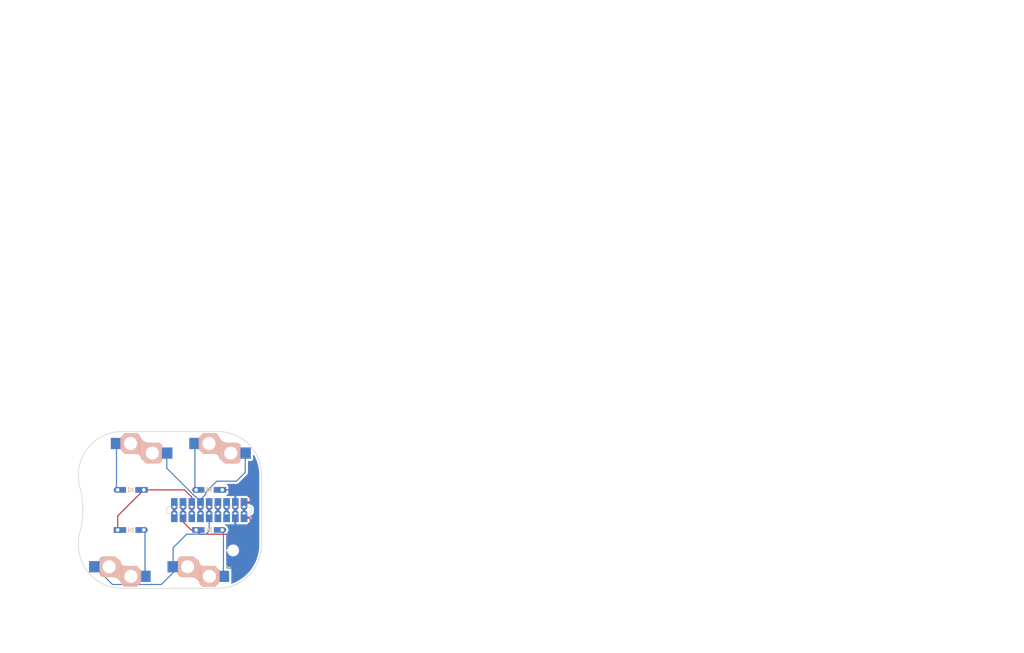
<source format=kicad_pcb>
(kicad_pcb (version 20211014) (generator pcbnew)
  (title_block (title "mainpcb") (rev "v1.0.0") (company "Unknown"))
  (layers (0 "F.Cu" signal) (31 "B.Cu" signal) (34 "B.Paste" user) (35 "F.Paste" user) (36 "B.SilkS" user "B.Silkscreen") (37 "F.SilkS" user "F.Silkscreen") (38 "B.Mask" user) (39 "F.Mask" user) (44 "Edge.Cuts" user))
  (net 0 "")
  (net 1 "C1")
  (net 2 "C2")
  (net 3 "R4")
  (net 4 "mirror_c1_r4")
  (net 5 "mirror_c1_r5")
  (net 6 "R5")
  (net 7 "mirror_c2_r4")
  (net 8 "mirror_c2_r5")
  (net 9 "GND")
  (net 10 "VCC")
  (net 11 "SDA")
  (net 12 "SCL")
  (footprint "Library:PG1350" (layer "F.Cu") (at -85 42.8)
    (fp_text reference "SW35" hide)
    (fp_text value "Val**" hide)
    (fp_line (start -0.95 -3.7) (end 1.75 -8) (layer "B.SilkS") (width 0.12))
    (fp_line (start 3.05 -6.4) (end 3.05 -1.95) (layer "B.SilkS") (width 0.15))
    (fp_line (start 4.6 -5.95) (end 4.6 -1.45) (layer "B.SilkS") (width 0.12))
    (fp_line (start 6.05 -6.05) (end 6.05 -1.45) (layer "B.SilkS") (width 0.15))
    (fp_line (start 0.35 -8.25) (end 0.35 -3.65) (layer "B.SilkS") (width 0.15))
    (fp_line (start 5.15 -6.05) (end 5.15 -1.45) (layer "B.SilkS") (width 0.15))
    (fp_line (start 2.45 -6.9) (end 2.45 -2.45) (layer "B.SilkS") (width 0.15))
    (fp_line (start 6.35 -6.05) (end 6.35 -1.5) (layer "B.SilkS") (width 0.15))
    (fp_line (start 3.8 -6.1) (end 3.8 -1.45) (layer "B.SilkS") (width 0.15))
    (fp_line (start 3.5 -6.15) (end 3.5 -1.6) (layer "B.SilkS") (width 0.15))
    (fp_line (start -1.35 -3.625) (end -2.375 -4.65) (layer "B.SilkS") (width 0.15))
    (fp_line (start -0.7 -8.25) (end -0.7 -3.65) (layer "B.SilkS") (width 0.15))
    (fp_line (start -1.6 -8) (end -1.6 -3.9) (layer "B.SilkS") (width 0.15))
    (fp_line (start 1.1 -8.25) (end 1.1 -3.7) (layer "B.SilkS") (width 0.15))
    (fp_line (start 1.95 -7.85) (end 1.95 -3.45) (layer "B.SilkS") (width 0.15))
    (fp_line (start 5.75 -6.05) (end 5.75 -1.45) (layer "B.SilkS") (width 0.15))
    (fp_line (start 3.65 -6.1) (end 3.65 -1.5) (layer "B.SilkS") (width 0.15))
    (fp_line (start 4.1 -6.05) (end 4.1 -1.5) (layer "B.SilkS") (width 0.15))
    (fp_line (start 1.75 -3.65) (end 4.6 -5.95) (layer "B.SilkS") (width 0.12))
    (fp_line (start 0.5 -8.25) (end 0.5 -3.65) (layer "B.SilkS") (width 0.15))
    (fp_line (start 5.45 -6.05) (end 5.45 -1.45) (layer "B.SilkS") (width 0.15))
    (fp_line (start 1.55 -8.2) (end 1.55 -3.65) (layer "B.SilkS") (width 0.15))
    (fp_line (start -1.9 -7.7) (end -1.9 -4.2) (layer "B.SilkS") (width 0.15))
    (fp_line (start 4.25 -6.05) (end 4.25 -1.45) (layer "B.SilkS") (width 0.15))
    (fp_line (start -1.3 -8.25) (end -1.3 -3.65) (layer "B.SilkS") (width 0.15))
    (fp_line (start 1.85 -8) (end 1.85 -3.5) (layer "B.SilkS") (width 0.15))
    (fp_line (start 2.6 -6.75) (end 2.6 -2.3) (layer "B.SilkS") (width 0.15))
    (fp_line (start -0.1 -8.25) (end -0.1 -3.65) (layer "B.SilkS") (width 0.15))
    (fp_line (start -0.4 -8.25) (end -0.4 -3.65) (layer "B.SilkS") (width 0.15))
    (fp_line (start 4.25 -6.075) (end 6.225 -6.075) (layer "B.SilkS") (width 0.15))
    (fp_line (start 4.85 -6.05) (end 4.85 -1.45) (layer "B.SilkS") (width 0.15))
    (fp_line (start 1.7 -8.1) (end 1.7 -3.55) (layer "B.SilkS") (width 0.15))
    (fp_line (start 0.95 -8.25) (end 0.95 -3.65) (layer "B.SilkS") (width 0.15))
    (fp_line (start 7.1 -5.55) (end 7.1 -1.95) (layer "B.SilkS") (width 0.15))
    (fp_line (start -2.1 -7.5) (end -2.1 -4.45) (layer "B.SilkS") (width 0.15))
    (fp_line (start 6.8 -5.85) (end 6.8 -1.65) (layer "B.SilkS") (width 0.15))
    (fp_line (start -0.25 -8.25) (end -0.25 -3.65) (layer "B.SilkS") (width 0.15))
    (fp_line (start 2.75 -6.6) (end 2.75 -2.2) (layer "B.SilkS") (width 0.15))
    (fp_line (start 0.8 -8.25) (end 0.8 -3.65) (layer "B.SilkS") (width 0.15))
    (fp_line (start 6.2 -6.05) (end 6.2 -1.45) (layer "B.SilkS") (width 0.15))
    (fp_line (start 4.55 -6.05) (end 4.55 -1.45) (layer "B.SilkS") (width 0.15))
    (fp_line (start 0.05 -8.25) (end 0.05 -3.65) (layer "B.SilkS") (width 0.15))
    (fp_line (start 1.75 -8) (end 1.75 -3.65) (layer "B.SilkS") (width 0.12))
    (fp_line (start 2.15 -7.45) (end 2.15 -3.3) (layer "B.SilkS") (width 0.15))
    (fp_line (start -0.55 -8.25) (end -0.55 -3.65) (layer "B.SilkS") (width 0.15))
    (fp_line (start -1.45 -8.15) (end -1.45 -3.75) (layer "B.SilkS") (width 0.15))
    (fp_line (start 2.25 -7.25) (end 2.25 -3.1) (layer "B.SilkS") (width 0.15))
    (fp_line (start 3.2 -6.3) (end 3.2 -1.85) (layer "B.SilkS") (width 0.15))
    (fp_line (start 3.35 -6.25) (end 3.35 -1.7) (layer "B.SilkS") (width 0.15))
    (fp_line (start -1.35 -8.275) (end 1.25 -8.275) (layer "B.SilkS") (width 0.15))
    (fp_line (start 6.65 -5.95) (end 6.65 -1.55) (layer "B.SilkS") (width 0.15))
    (fp_line (start 1.4 -8.25) (end 1.4 -3.65) (layer "B.SilkS") (width 0.15))
    (fp_line (start 0.2 -8.25) (end 0.2 -3.65) (layer "B.SilkS") (width 0.15))
    (fp_line (start -0.85 -8.25) (end -0.85 -3.65) (layer "B.SilkS") (width 0.15))
    (fp_line (start -2.35 -4.625) (end -2.35 -7.275) (layer "B.SilkS") (width 0.15))
    (fp_line (start -2 -7.6) (end -2 -4.35) (layer "B.SilkS") (width 0.15))
    (fp_line (start 3.675 -1.425) (end 2.4 -2.45) (layer "B.SilkS") (width 0.15))
    (fp_line (start 1.25 -8.25) (end 1.25 -3.65) (layer "B.SilkS") (width 0.15))
    (fp_line (start -1.75 -7.85) (end -1.75 -4.05) (layer "B.SilkS") (width 0.15))
    (fp_line (start -1 -8.25) (end -1 -3.65) (layer "B.SilkS") (width 0.15))
    (fp_line (start 3.95 -6.1) (end 3.95 -1.45) (layer "B.SilkS") (width 0.15))
    (fp_line (start 4.7 -6.05) (end 4.7 -1.45) (layer "B.SilkS") (width 0.15))
    (fp_line (start 5.3 -6.05) (end 5.3 -1.45) (layer "B.SilkS") (width 0.15))
    (fp_line (start -1.15 -8.25) (end -1.15 -3.65) (layer "B.SilkS") (width 0.15))
    (fp_line (start 5.9 -6.05) (end 5.9 -1.45) (layer "B.SilkS") (width 0.15))
    (fp_line (start -0.95 -8.15) (end -0.95 -3.7) (layer "B.SilkS") (width 0.12))
    (fp_line (start 2.05 -7.6) (end 2.05 -3.4) (layer "B.SilkS") (width 0.15))
    (fp_line (start 5.6 -6.05) (end 5.6 -1.45) (layer "B.SilkS") (width 0.15))
    (fp_line (start 4.4 -6.05) (end 4.4 -1.45) (layer "B.SilkS") (width 0.15))
    (fp_line (start 6.5 -6) (end 6.5 -1.5) (layer "B.SilkS") (width 0.15))
    (fp_line (start -1.35 -8.275) (end -2.375 -7.25) (layer "B.SilkS") (width 0.15))
    (fp_line (start 2.9 -6.5) (end 2.9 -2.1) (layer "B.SilkS") (width 0.15))
    (fp_line (start 3.675 -1.425) (end 6.225 -1.425) (layer "B.SilkS") (width 0.15))
    (fp_line (start 5 -6.05) (end 5 -1.45) (layer "B.SilkS") (width 0.15))
    (fp_line (start 6.95 -5.75) (end 6.95 -1.75) (layer "B.SilkS") (width 0.15))
    (fp_line (start -2.2 -7.4) (end -2.2 -4.55) (layer "B.SilkS") (width 0.15))
    (fp_line (start -1.35 -3.625) (end 1.225 -3.625) (layer "B.SilkS") (width 0.15))
    (fp_line (start 0.65 -8.25) (end 0.65 -3.65) (layer "B.SilkS") (width 0.15))
    (fp_line (start 2.35 -7.1) (end 2.35 -2.95) (layer "B.SilkS") (width 0.15))
    (fp_arc (start 4.25 -6.075) (mid 2.945114 -6.486429) (end 2.112199 -7.571904) (layer "B.SilkS") (width 0.15))
    (fp_arc (start 1.250995 -8.273791) (mid 1.798286 -8.066021) (end 2.112199 -7.571904) (layer "B.SilkS") (width 0.15))
    (fp_arc (start 6.225 -6.075) (mid 6.932107 -5.782107) (end 7.225 -5.075) (layer "B.SilkS") (width 0.15))
    (fp_arc (start 1.225 -3.625) (mid 2.05585 -3.28085) (end 2.4 -2.45) (layer "B.SilkS") (width 0.15))
    (fp_arc (start 7.225 -2.425) (mid 6.932107 -1.717893) (end 6.225 -1.425) (layer "B.SilkS") (width 0.15))
    (pad "" np_thru_hole circle (at -0.05 -5.95 270) (size 3 3) (drill 3) (layers *.Cu *.Mask))
    (pad "" np_thru_hole circle (at 4.95 -3.75 270) (size 3 3) (drill 3) (layers *.Cu *.Mask))
    (pad "" np_thru_hole circle (at 0 0) (size 3.429 3.429) (drill 3.429) (layers *.Cu *.Mask))
    (pad "" np_thru_hole circle (at 5.5 0) (size 1.7018 1.7018) (drill 1.7018) (layers *.Cu *.Mask))
    (pad "" np_thru_hole circle (at -5.5 0) (size 1.7018 1.7018) (drill 1.7018) (layers *.Cu *.Mask))
    (pad "1" smd rect (at -3.275 -5.95) (size 2.6 2.6) (layers "B.Cu" "B.Paste" "B.Mask") (net 7 "mirror_c2_r4"))
    (pad "2" smd rect (at 8.275 -3.75) (size 2.6 2.6) (layers "B.Cu" "B.Paste" "B.Mask") (net 2 "C2"))
  )
  (footprint "Library:PG1350" (layer "F.Cu") (at -85 61.4 180)
    (fp_text reference "SW33" hide)
    (fp_text value "Val**" hide)
    (fp_line (start 6.35 -6.05) (end 6.35 -1.5) (layer "B.SilkS") (width 0.15))
    (fp_line (start 3.5 -6.15) (end 3.5 -1.6) (layer "B.SilkS") (width 0.15))
    (fp_line (start 4.25 -6.05) (end 4.25 -1.45) (layer "B.SilkS") (width 0.15))
    (fp_line (start 4.4 -6.05) (end 4.4 -1.45) (layer "B.SilkS") (width 0.15))
    (fp_line (start 1.55 -8.2) (end 1.55 -3.65) (layer "B.SilkS") (width 0.15))
    (fp_line (start 2.25 -7.25) (end 2.25 -3.1) (layer "B.SilkS") (width 0.15))
    (fp_line (start 0.65 -8.25) (end 0.65 -3.65) (layer "B.SilkS") (width 0.15))
    (fp_line (start 6.65 -5.95) (end 6.65 -1.55) (layer "B.SilkS") (width 0.15))
    (fp_line (start -2.1 -7.5) (end -2.1 -4.45) (layer "B.SilkS") (width 0.15))
    (fp_line (start 4.25 -6.075) (end 6.225 -6.075) (layer "B.SilkS") (width 0.15))
    (fp_line (start 1.7 -8.1) (end 1.7 -3.55) (layer "B.SilkS") (width 0.15))
    (fp_line (start 2.9 -6.5) (end 2.9 -2.1) (layer "B.SilkS") (width 0.15))
    (fp_line (start -0.4 -8.25) (end -0.4 -3.65) (layer "B.SilkS") (width 0.15))
    (fp_line (start 2.6 -6.75) (end 2.6 -2.3) (layer "B.SilkS") (width 0.15))
    (fp_line (start -0.55 -8.25) (end -0.55 -3.65) (layer "B.SilkS") (width 0.15))
    (fp_line (start 3.65 -6.1) (end 3.65 -1.5) (layer "B.SilkS") (width 0.15))
    (fp_line (start -1.35 -3.625) (end -2.375 -4.65) (layer "B.SilkS") (width 0.15))
    (fp_line (start 5 -6.05) (end 5 -1.45) (layer "B.SilkS") (width 0.15))
    (fp_line (start 5.75 -6.05) (end 5.75 -1.45) (layer "B.SilkS") (width 0.15))
    (fp_line (start 1.75 -8) (end 1.75 -3.65) (layer "B.SilkS") (width 0.12))
    (fp_line (start -2.2 -7.4) (end -2.2 -4.55) (layer "B.SilkS") (width 0.15))
    (fp_line (start -0.95 -8.15) (end -0.95 -3.7) (layer "B.SilkS") (width 0.12))
    (fp_line (start 5.45 -6.05) (end 5.45 -1.45) (layer "B.SilkS") (width 0.15))
    (fp_line (start 0.5 -8.25) (end 0.5 -3.65) (layer "B.SilkS") (width 0.15))
    (fp_line (start 0.05 -8.25) (end 0.05 -3.65) (layer "B.SilkS") (width 0.15))
    (fp_line (start 3.35 -6.25) (end 3.35 -1.7) (layer "B.SilkS") (width 0.15))
    (fp_line (start -1.35 -8.275) (end -2.375 -7.25) (layer "B.SilkS") (width 0.15))
    (fp_line (start 0.35 -8.25) (end 0.35 -3.65) (layer "B.SilkS") (width 0.15))
    (fp_line (start -2.35 -4.625) (end -2.35 -7.275) (layer "B.SilkS") (width 0.15))
    (fp_line (start 4.1 -6.05) (end 4.1 -1.5) (layer "B.SilkS") (width 0.15))
    (fp_line (start 3.95 -6.1) (end 3.95 -1.45) (layer "B.SilkS") (width 0.15))
    (fp_line (start -1.35 -3.625) (end 1.225 -3.625) (layer "B.SilkS") (width 0.15))
    (fp_line (start -1.3 -8.25) (end -1.3 -3.65) (layer "B.SilkS") (width 0.15))
    (fp_line (start -0.7 -8.25) (end -0.7 -3.65) (layer "B.SilkS") (width 0.15))
    (fp_line (start -0.25 -8.25) (end -0.25 -3.65) (layer "B.SilkS") (width 0.15))
    (fp_line (start 1.85 -8) (end 1.85 -3.5) (layer "B.SilkS") (width 0.15))
    (fp_line (start 2.75 -6.6) (end 2.75 -2.2) (layer "B.SilkS") (width 0.15))
    (fp_line (start 5.6 -6.05) (end 5.6 -1.45) (layer "B.SilkS") (width 0.15))
    (fp_line (start 1.75 -3.65) (end 4.6 -5.95) (layer "B.SilkS") (width 0.12))
    (fp_line (start -1.6 -8) (end -1.6 -3.9) (layer "B.SilkS") (width 0.15))
    (fp_line (start 2.45 -6.9) (end 2.45 -2.45) (layer "B.SilkS") (width 0.15))
    (fp_line (start -0.95 -3.7) (end 1.75 -8) (layer "B.SilkS") (width 0.12))
    (fp_line (start 0.95 -8.25) (end 0.95 -3.65) (layer "B.SilkS") (width 0.15))
    (fp_line (start 4.85 -6.05) (end 4.85 -1.45) (layer "B.SilkS") (width 0.15))
    (fp_line (start 1.1 -8.25) (end 1.1 -3.7) (layer "B.SilkS") (width 0.15))
    (fp_line (start 3.05 -6.4) (end 3.05 -1.95) (layer "B.SilkS") (width 0.15))
    (fp_line (start -2 -7.6) (end -2 -4.35) (layer "B.SilkS") (width 0.15))
    (fp_line (start 6.05 -6.05) (end 6.05 -1.45) (layer "B.SilkS") (width 0.15))
    (fp_line (start 3.675 -1.425) (end 2.4 -2.45) (layer "B.SilkS") (width 0.15))
    (fp_line (start 0.2 -8.25) (end 0.2 -3.65) (layer "B.SilkS") (width 0.15))
    (fp_line (start 5.9 -6.05) (end 5.9 -1.45) (layer "B.SilkS") (width 0.15))
    (fp_line (start 6.2 -6.05) (end 6.2 -1.45) (layer "B.SilkS") (width 0.15))
    (fp_line (start 4.7 -6.05) (end 4.7 -1.45) (layer "B.SilkS") (width 0.15))
    (fp_line (start 5.3 -6.05) (end 5.3 -1.45) (layer "B.SilkS") (width 0.15))
    (fp_line (start 6.5 -6) (end 6.5 -1.5) (layer "B.SilkS") (width 0.15))
    (fp_line (start 1.95 -7.85) (end 1.95 -3.45) (layer "B.SilkS") (width 0.15))
    (fp_line (start -0.1 -8.25) (end -0.1 -3.65) (layer "B.SilkS") (width 0.15))
    (fp_line (start 6.95 -5.75) (end 6.95 -1.75) (layer "B.SilkS") (width 0.15))
    (fp_line (start 6.8 -5.85) (end 6.8 -1.65) (layer "B.SilkS") (width 0.15))
    (fp_line (start 4.55 -6.05) (end 4.55 -1.45) (layer "B.SilkS") (width 0.15))
    (fp_line (start -0.85 -8.25) (end -0.85 -3.65) (layer "B.SilkS") (width 0.15))
    (fp_line (start -1.45 -8.15) (end -1.45 -3.75) (layer "B.SilkS") (width 0.15))
    (fp_line (start 1.4 -8.25) (end 1.4 -3.65) (layer "B.SilkS") (width 0.15))
    (fp_line (start 4.6 -5.95) (end 4.6 -1.45) (layer "B.SilkS") (width 0.12))
    (fp_line (start 3.8 -6.1) (end 3.8 -1.45) (layer "B.SilkS") (width 0.15))
    (fp_line (start -1.35 -8.275) (end 1.25 -8.275) (layer "B.SilkS") (width 0.15))
    (fp_line (start 1.25 -8.25) (end 1.25 -3.65) (layer "B.SilkS") (width 0.15))
    (fp_line (start 3.675 -1.425) (end 6.225 -1.425) (layer "B.SilkS") (width 0.15))
    (fp_line (start -1 -8.25) (end -1 -3.65) (layer "B.SilkS") (width 0.15))
    (fp_line (start 7.1 -5.55) (end 7.1 -1.95) (layer "B.SilkS") (width 0.15))
    (fp_line (start 3.2 -6.3) (end 3.2 -1.85) (layer "B.SilkS") (width 0.15))
    (fp_line (start 2.15 -7.45) (end 2.15 -3.3) (layer "B.SilkS") (width 0.15))
    (fp_line (start -1.75 -7.85) (end -1.75 -4.05) (layer "B.SilkS") (width 0.15))
    (fp_line (start 2.35 -7.1) (end 2.35 -2.95) (layer "B.SilkS") (width 0.15))
    (fp_line (start 2.05 -7.6) (end 2.05 -3.4) (layer "B.SilkS") (width 0.15))
    (fp_line (start -1.9 -7.7) (end -1.9 -4.2) (layer "B.SilkS") (width 0.15))
    (fp_line (start -1.15 -8.25) (end -1.15 -3.65) (layer "B.SilkS") (width 0.15))
    (fp_line (start 0.8 -8.25) (end 0.8 -3.65) (layer "B.SilkS") (width 0.15))
    (fp_line (start 5.15 -6.05) (end 5.15 -1.45) (layer "B.SilkS") (width 0.15))
    (fp_arc (start 6.225 -6.075) (mid 6.932107 -5.782107) (end 7.225 -5.075) (layer "B.SilkS") (width 0.15))
    (fp_arc (start 4.25 -6.075) (mid 2.945114 -6.486429) (end 2.112199 -7.571904) (layer "B.SilkS") (width 0.15))
    (fp_arc (start 7.225 -2.425) (mid 6.932107 -1.717893) (end 6.225 -1.425) (layer "B.SilkS") (width 0.15))
    (fp_arc (start 1.225 -3.625) (mid 2.05585 -3.28085) (end 2.4 -2.45) (layer "B.SilkS") (width 0.15))
    (fp_arc (start 1.250995 -8.273791) (mid 1.798286 -8.066021) (end 2.112199 -7.571904) (layer "B.SilkS") (width 0.15))
    (pad "" np_thru_hole circle (at 0 0 180) (size 3.429 3.429) (drill 3.429) (layers *.Cu *.Mask))
    (pad "" np_thru_hole circle (at 5.5 0 180) (size 1.7018 1.7018) (drill 1.7018) (layers *.Cu *.Mask))
    (pad "" np_thru_hole circle (at -0.05 -5.95 90) (size 3 3) (drill 3) (layers *.Cu *.Mask))
    (pad "" np_thru_hole circle (at 4.95 -3.75 90) (size 3 3) (drill 3) (layers *.Cu *.Mask))
    (pad "" np_thru_hole circle (at -5.5 0 180) (size 1.7018 1.7018) (drill 1.7018) (layers *.Cu *.Mask))
    (pad "1" smd rect (at -3.275 -5.95 180) (size 2.6 2.6) (layers "B.Cu" "B.Paste" "B.Mask") (net 4 "mirror_c1_r4"))
    (pad "2" smd rect (at 8.275 -3.75 180) (size 2.6 2.6) (layers "B.Cu" "B.Paste" "B.Mask") (net 1 "C1"))
  )
  (footprint "Library:D3_TH_SMD_v2" (layer "F.Cu") (at -67 47.5 180)
    (fp_text reference "D36" hide)
    (fp_text value "Diode" hide)
    (fp_line (start -0.475 0.5) (end -0.475 -0.5) (layer "B.SilkS") (width 0.15))
    (fp_line (start 0.525 0.5) (end 0.525 -0.5) (layer "B.SilkS") (width 0.15))
    (fp_line (start 0.525 -0.5) (end -0.375 0) (layer "B.SilkS") (width 0.15))
    (fp_line (start -0.375 0) (end 0.525 0.5) (layer "B.SilkS") (width 0.15))
    (fp_line (start 0.5 -0.5) (end 0.5 0.5) (layer "F.SilkS") (width 0.15))
    (fp_line (start 0.5 0.5) (end -0.4 0) (layer "F.SilkS") (width 0.15))
    (fp_line (start -0.4 0) (end 0.5 -0.5) (layer "F.SilkS") (width 0.15))
    (fp_line (start -0.5 -0.5) (end -0.5 0.5) (layer "F.SilkS") (width 0.15))
    (pad "1" smd rect (at -1.775 0) (size 1.4 1.3) (layers "F.Cu" "F.Paste" "F.Mask") (net 6 "R5"))
    (pad "1" smd rect (at -1.75 0 180) (size 1.4 1.3) (layers "B.Cu" "B.Paste" "B.Mask") (net 6 "R5"))
    (pad "1" thru_hole rect (at -3 0 180) (size 1.778 1.3) (drill 0.8128) (layers *.Cu "B.Mask") (net 6 "R5"))
    (pad "2" smd rect (at 1.775 0) (size 1.4 1.3) (layers "F.Cu" "F.Paste" "F.Mask") (net 8 "mirror_c2_r5"))
    (pad "2" thru_hole oval (at 3 0 180) (size 1.778 1.3) (drill 0.8128) (layers *.Cu "B.Mask") (net 8 "mirror_c2_r5"))
    (pad "2" smd rect (at 1.8 0 180) (size 1.4 1.3) (layers "B.Cu" "B.Paste" "B.Mask") (net 8 "mirror_c2_r5"))
  )
  (footprint "Library:D3_TH_SMD_v2" (layer "F.Cu") (at -85 47.5 180)
    (fp_text reference "D35" hide)
    (fp_text value "Diode" hide)
    (fp_line (start -0.475 0.5) (end -0.475 -0.5) (layer "B.SilkS") (width 0.15))
    (fp_line (start 0.525 0.5) (end 0.525 -0.5) (layer "B.SilkS") (width 0.15))
    (fp_line (start 0.525 -0.5) (end -0.375 0) (layer "B.SilkS") (width 0.15))
    (fp_line (start -0.375 0) (end 0.525 0.5) (layer "B.SilkS") (width 0.15))
    (fp_line (start 0.5 -0.5) (end 0.5 0.5) (layer "F.SilkS") (width 0.15))
    (fp_line (start -0.5 -0.5) (end -0.5 0.5) (layer "F.SilkS") (width 0.15))
    (fp_line (start 0.5 0.5) (end -0.4 0) (layer "F.SilkS") (width 0.15))
    (fp_line (start -0.4 0) (end 0.5 -0.5) (layer "F.SilkS") (width 0.15))
    (pad "1" thru_hole rect (at -3 0 180) (size 1.778 1.3) (drill 0.8128) (layers *.Cu "B.Mask") (net 3 "R4"))
    (pad "1" smd rect (at -1.775 0) (size 1.4 1.3) (layers "F.Cu" "F.Paste" "F.Mask") (net 3 "R4"))
    (pad "1" smd rect (at -1.75 0 180) (size 1.4 1.3) (layers "B.Cu" "B.Paste" "B.Mask") (net 3 "R4"))
    (pad "2" thru_hole oval (at 3 0 180) (size 1.778 1.3) (drill 0.8128) (layers *.Cu "B.Mask") (net 7 "mirror_c2_r4"))
    (pad "2" smd rect (at 1.775 0) (size 1.4 1.3) (layers "F.Cu" "F.Paste" "F.Mask") (net 7 "mirror_c2_r4"))
    (pad "2" smd rect (at 1.8 0 180) (size 1.4 1.3) (layers "B.Cu" "B.Paste" "B.Mask") (net 7 "mirror_c2_r4"))
  )
  (footprint "Library:kb_90deg_connector_female_9pin" (layer "F.Cu") (at -67 52.15 -90)
    (fp_text reference "J7" (at 13.445 -4.445 -90 unlocked) (layer "F.SilkS"))
    (fp_text value "Female 9pin")
    (fp_circle (center 1.75 -9.5) (end 2 -9.5) (layer "B.SilkS") (width 0.12) (fill none))
    (fp_circle (center 1.75 -9.5) (end 2 -9.5) (layer "F.SilkS") (width 0.12) (fill none))
    (fp_line (start 0.8 9.25) (end 0.8 -9.25) (layer "Edge.Cuts") (width 0.15))
    (fp_line (start 0.3 -9.75) (end -0.3 -9.75) (layer "Edge.Cuts") (width 0.15))
    (fp_line (start -0.3 9.75) (end 0.3 9.75) (layer "Edge.Cuts") (width 0.15))
    (fp_line (start -0.8 -9.25) (end -0.8 9.25) (layer "Edge.Cuts") (width 0.15))
    (fp_arc (start 0.3 -9.75) (mid 0.653553 -9.603553) (end 0.8 -9.25) (layer "Edge.Cuts") (width 0.15))
    (fp_arc (start -0.8 -9.25) (mid -0.653553 -9.603553) (end -0.3 -9.75) (layer "Edge.Cuts") (width 0.15))
    (fp_arc (start -0.3 9.75) (mid -0.653553 9.603553) (end -0.8 9.25) (layer "Edge.Cuts") (width 0.15))
    (fp_arc (start 0.8 9.25) (mid 0.653553 9.603553) (end 0.3 9.75) (layer "Edge.Cuts") (width 0.15))
    (pad "1" thru_hole circle (at -0.75 -8 270) (size 1.5 1.5) (drill 0.6) (layers *.Cu) (net 10 "VCC"))
    (pad "1" smd rect (at -1.75 -8 90) (size 2 1.5) (layers "B.Cu" "B.Paste" "B.Mask") (net 10 "VCC"))
    (pad "1" smd rect (at -1.75 -8 90) (size 2 1.5) (layers "F.Cu" "F.Paste" "F.Mask") (net 10 "VCC"))
    (pad "1" smd rect (at 1.75 -8 90) (size 2 1.5) (layers "B.Cu" "B.Paste" "B.Mask") (net 10 "VCC"))
    (pad "1" smd rect (at 1.75 -8 90) (size 2 1.5) (layers "F.Cu" "F.Paste" "F.Mask") (net 10 "VCC"))
    (pad "1" thru_hole circle (at 0.75 -8 270) (size 1.5 1.5) (drill 0.6) (layers *.Cu) (net 10 "VCC"))
    (pad "2" smd rect (at 1.75 -6 90) (size 2 1.5) (layers "B.Cu" "B.Paste" "B.Mask") (net 9 "GND"))
    (pad "2" smd rect (at -1.75 -6 90) (size 2 1.5) (layers "F.Cu" "F.Paste" "F.Mask") (net 9 "GND"))
    (pad "2" smd rect (at 1.75 -6 90) (size 2 1.5) (layers "F.Cu" "F.Paste" "F.Mask") (net 9 "GND"))
    (pad "2" thru_hole circle (at 0.75 -6 270) (size 1.5 1.5) (drill 0.6) (layers *.Cu) (net 9 "GND"))
    (pad "2" smd rect (at -1.75 -6 90) (size 2 1.5) (layers "B.Cu" "B.Paste" "B.Mask") (net 9 "GND"))
    (pad "2" thru_hole circle (at -0.75 -6 270) (size 1.5 1.5) (drill 0.6) (layers *.Cu) (net 9 "GND"))
    (pad "3" smd rect (at -1.75 -4 90) (size 2 1.5) (layers "B.Cu" "B.Paste" "B.Mask") (net 11 "SDA"))
    (pad "3" smd rect (at 1.75 -4 90) (size 2 1.5) (layers "F.Cu" "F.Paste" "F.Mask") (net 11 "SDA"))
    (pad "3" thru_hole circle (at 0.75 -4 270) (size 1.5 1.5) (drill 0.6) (layers *.Cu) (net 11 "SDA"))
    (pad "3" smd rect (at -1.75 -4 90) (size 2 1.5) (layers "F.Cu" "F.Paste" "F.Mask") (net 11 "SDA"))
    (pad "3" thru_hole circle (at -0.75 -4 270) (size 1.5 1.5) (drill 0.6) (layers *.Cu) (net 11 "SDA"))
    (pad "3" smd rect (at 1.75 -4 90) (size 2 1.5) (layers "B.Cu" "B.Paste" "B.Mask") (net 11 "SDA"))
    (pad "4" thru_hole circle (at -0.75 -2 270) (size 1.5 1.5) (drill 0.6) (layers *.Cu) (net 12 "SCL"))
    (pad "4" smd rect (at 1.75 -2 90) (size 2 1.5) (layers "F.Cu" "F.Paste" "F.Mask") (net 12 "SCL"))
    (pad "4" thru_hole circle (at 0.75 -2 270) (size 1.5 1.5) (drill 0.6) (layers *.Cu) (net 12 "SCL"))
    (pad "4" smd rect (at 1.75 -2 90) (size 2 1.5) (layers "B.Cu" "B.Paste" "B.Mask") (net 12 "SCL"))
    (pad "4" smd rect (at -1.75 -2 90) (size 2 1.5) (layers "F.Cu" "F.Paste" "F.Mask") (net 12 "SCL"))
    (pad "4" smd rect (at -1.75 -2 90) (size 2 1.5) (layers "B.Cu" "B.Paste" "B.Mask") (net 12 "SCL"))
    (pad "5" thru_hole circle (at 0.75 0 270) (size 1.5 1.5) (drill 0.6) (layers *.Cu) (net 1 "C1"))
    (pad "5" smd rect (at -1.75 0 90) (size 2 1.5) (layers "B.Cu" "B.Paste" "B.Mask") (net 1 "C1"))
    (pad "5" smd rect (at 1.75 0 90) (size 2 1.5) (layers "F.Cu" "F.Paste" "F.Mask") (net 1 "C1"))
    (pad "5" thru_hole circle (at -0.75 0 270) (size 1.5 1.5) (drill 0.6) (layers *.Cu) (net 1 "C1"))
    (pad "5" smd rect (at 1.75 0 90) (size 2 1.5) (layers "B.Cu" "B.Paste" "B.Mask") (net 1 "C1"))
    (pad "5" smd rect (at -1.75 0 90) (size 2 1.5) (layers "F.Cu" "F.Paste" "F.Mask") (net 1 "C1"))
    (pad "6" thru_hole circle (at -0.75 2 270) (size 1.5 1.5) (drill 0.6) (layers *.Cu) (net 2 "C2"))
    (pad "6" thru_hole circle (at 0.75 2 270) (size 1.5 1.5) (drill 0.6) (layers *.Cu) (net 2 "C2"))
    (pad "6" smd rect (at 1.75 2 90) (size 2 1.5) (layers "F.Cu" "F.Paste" "F.Mask") (net 2 "C2"))
    (pad "6" smd rect (at -1.75 2 90) (size 2 1.5) (layers "F.Cu" "F.Paste" "F.Mask") (net 2 "C2"))
    (pad "6" smd rect (at 1.75 2 90) (size 2 1.5) (layers "B.Cu" "B.Paste" "B.Mask") (net 2 "C2"))
    (pad "6" smd rect (at -1.75 2 90) (size 2 1.5) (layers "B.Cu" "B.Paste" "B.Mask") (net 2 "C2"))
    (pad "7" smd rect (at 1.75 4 90) (size 2 1.5) (layers "F.Cu" "F.Paste" "F.Mask") (net 3 "R4"))
    (pad "7" thru_hole circle (at 0.75 4 270) (size 1.5 1.5) (drill 0.6) (layers *.Cu) (net 3 "R4"))
    (pad "7" smd rect (at -1.75 4 90) (size 2 1.5) (layers "F.Cu" "F.Paste" "F.Mask") (net 3 "R4"))
    (pad "7" thru_hole circle (at -0.75 4 270) (size 1.5 1.5) (drill 0.6) (layers *.Cu) (net 3 "R4"))
    (pad "7" smd rect (at 1.75 4 90) (size 2 1.5) (layers "B.Cu" "B.Paste" "B.Mask") (net 3 "R4"))
    (pad "7" smd rect (at -1.75 4 90) (size 2 1.5) (layers "B.Cu" "B.Paste" "B.Mask") (net 3 "R4"))
    (pad "8" smd rect (at 1.75 6 90) (size 2 1.5) (layers "B.Cu" "B.Paste" "B.Mask") (net 6 "R5"))
    (pad "8" smd rect (at -1.75 6 90) (size 2 1.5) (layers "F.Cu" "F.Paste" "F.Mask") (net 6 "R5"))
    (pad "8" smd rect (at -1.75 6 90) (size 2 1.5) (layers "B.Cu" "B.Paste" "B.Mask") (net 6 "R5"))
    (pad "8" smd rect (at 1.75 6 90) (size 2 1.5) (layers "F.Cu" "F.Paste" "F.Mask") (net 6 "R5"))
    (pad "8" thru_hole circle (at -0.75 6 270) (size 1.5 1.5) (drill 0.6) (layers *.Cu) (net 6 "R5"))
    (pad "8" thru_hole circle (at 0.75 6 270) (size 1.5 1.5) (drill 0.6) (layers *.Cu) (net 6 "R5"))
    (pad "9" smd rect (at -1.75 8 90) (size 2 1.5) (layers "B.Cu" "B.Paste" "B.Mask"))
    (pad "9" thru_hole circle (at -0.75 8 270) (size 1.5 1.5) (drill 0.6) (layers *.Cu))
    (pad "9" smd rect (at 1.75 8 90) (size 2 1.5) (layers "F.Cu" "F.Paste" "F.Mask"))
    (pad "9" smd rect (at 1.75 8 90) (size 2 1.5) (layers "B.Cu" "B.Paste" "B.Mask"))
    (pad "9" thru_hole circle (at 0.75 8 270) (size 1.5 1.5) (drill 0.6) (layers *.Cu))
    (pad "9" smd rect (at -1.75 8 90) (size 2 1.5) (layers "F.Cu" "F.Paste" "F.Mask"))
  )
  (footprint "Library:PG1350" (layer "F.Cu") (at -67 61.4 180)
    (fp_text reference "SW34" hide)
    (fp_text value "Val**" hide)
    (fp_line (start 4.25 -6.075) (end 6.225 -6.075) (layer "B.SilkS") (width 0.15))
    (fp_line (start -2.2 -7.4) (end -2.2 -4.55) (layer "B.SilkS") (width 0.15))
    (fp_line (start 3.95 -6.1) (end 3.95 -1.45) (layer "B.SilkS") (width 0.15))
    (fp_line (start 2.05 -7.6) (end 2.05 -3.4) (layer "B.SilkS") (width 0.15))
    (fp_line (start 3.2 -6.3) (end 3.2 -1.85) (layer "B.SilkS") (width 0.15))
    (fp_line (start 2.25 -7.25) (end 2.25 -3.1) (layer "B.SilkS") (width 0.15))
    (fp_line (start 6.95 -5.75) (end 6.95 -1.75) (layer "B.SilkS") (width 0.15))
    (fp_line (start 1.85 -8) (end 1.85 -3.5) (layer "B.SilkS") (width 0.15))
    (fp_line (start 3.675 -1.425) (end 2.4 -2.45) (layer "B.SilkS") (width 0.15))
    (fp_line (start 5.6 -6.05) (end 5.6 -1.45) (layer "B.SilkS") (width 0.15))
    (fp_line (start 6.2 -6.05) (end 6.2 -1.45) (layer "B.SilkS") (width 0.15))
    (fp_line (start -0.25 -8.25) (end -0.25 -3.65) (layer "B.SilkS") (width 0.15))
    (fp_line (start 4.6 -5.95) (end 4.6 -1.45) (layer "B.SilkS") (width 0.12))
    (fp_line (start -1.9 -7.7) (end -1.9 -4.2) (layer "B.SilkS") (width 0.15))
    (fp_line (start -1.3 -8.25) (end -1.3 -3.65) (layer "B.SilkS") (width 0.15))
    (fp_line (start 4.25 -6.05) (end 4.25 -1.45) (layer "B.SilkS") (width 0.15))
    (fp_line (start -1.35 -3.625) (end -2.375 -4.65) (layer "B.SilkS") (width 0.15))
    (fp_line (start -2.1 -7.5) (end -2.1 -4.45) (layer "B.SilkS") (width 0.15))
    (fp_line (start 0.5 -8.25) (end 0.5 -3.65) (layer "B.SilkS") (width 0.15))
    (fp_line (start 0.65 -8.25) (end 0.65 -3.65) (layer "B.SilkS") (width 0.15))
    (fp_line (start 2.45 -6.9) (end 2.45 -2.45) (layer "B.SilkS") (width 0.15))
    (fp_line (start 1.55 -8.2) (end 1.55 -3.65) (layer "B.SilkS") (width 0.15))
    (fp_line (start 7.1 -5.55) (end 7.1 -1.95) (layer "B.SilkS") (width 0.15))
    (fp_line (start 5.15 -6.05) (end 5.15 -1.45) (layer "B.SilkS") (width 0.15))
    (fp_line (start 6.8 -5.85) (end 6.8 -1.65) (layer "B.SilkS") (width 0.15))
    (fp_line (start 1.25 -8.25) (end 1.25 -3.65) (layer "B.SilkS") (width 0.15))
    (fp_line (start 6.65 -5.95) (end 6.65 -1.55) (layer "B.SilkS") (width 0.15))
    (fp_line (start 0.2 -8.25) (end 0.2 -3.65) (layer "B.SilkS") (width 0.15))
    (fp_line (start 4.55 -6.05) (end 4.55 -1.45) (layer "B.SilkS") (width 0.15))
    (fp_line (start 6.05 -6.05) (end 6.05 -1.45) (layer "B.SilkS") (width 0.15))
    (fp_line (start -1.6 -8) (end -1.6 -3.9) (layer "B.SilkS") (width 0.15))
    (fp_line (start 5.45 -6.05) (end 5.45 -1.45) (layer "B.SilkS") (width 0.15))
    (fp_line (start -1.75 -7.85) (end -1.75 -4.05) (layer "B.SilkS") (width 0.15))
    (fp_line (start 0.05 -8.25) (end 0.05 -3.65) (layer "B.SilkS") (width 0.15))
    (fp_line (start -0.55 -8.25) (end -0.55 -3.65) (layer "B.SilkS") (width 0.15))
    (fp_line (start 4.7 -6.05) (end 4.7 -1.45) (layer "B.SilkS") (width 0.15))
    (fp_line (start 5.9 -6.05) (end 5.9 -1.45) (layer "B.SilkS") (width 0.15))
    (fp_line (start 6.35 -6.05) (end 6.35 -1.5) (layer "B.SilkS") (width 0.15))
    (fp_line (start 5 -6.05) (end 5 -1.45) (layer "B.SilkS") (width 0.15))
    (fp_line (start 1.7 -8.1) (end 1.7 -3.55) (layer "B.SilkS") (width 0.15))
    (fp_line (start 3.05 -6.4) (end 3.05 -1.95) (layer "B.SilkS") (width 0.15))
    (fp_line (start 3.8 -6.1) (end 3.8 -1.45) (layer "B.SilkS") (width 0.15))
    (fp_line (start 3.5 -6.15) (end 3.5 -1.6) (layer "B.SilkS") (width 0.15))
    (fp_line (start -1.35 -3.625) (end 1.225 -3.625) (layer "B.SilkS") (width 0.15))
    (fp_line (start 0.8 -8.25) (end 0.8 -3.65) (layer "B.SilkS") (width 0.15))
    (fp_line (start 0.95 -8.25) (end 0.95 -3.65) (layer "B.SilkS") (width 0.15))
    (fp_line (start 2.35 -7.1) (end 2.35 -2.95) (layer "B.SilkS") (width 0.15))
    (fp_line (start 1.4 -8.25) (end 1.4 -3.65) (layer "B.SilkS") (width 0.15))
    (fp_line (start 2.9 -6.5) (end 2.9 -2.1) (layer "B.SilkS") (width 0.15))
    (fp_line (start -2 -7.6) (end -2 -4.35) (layer "B.SilkS") (width 0.15))
    (fp_line (start 1.95 -7.85) (end 1.95 -3.45) (layer "B.SilkS") (width 0.15))
    (fp_line (start 3.35 -6.25) (end 3.35 -1.7) (layer "B.SilkS") (width 0.15))
    (fp_line (start 1.75 -8) (end 1.75 -3.65) (layer "B.SilkS") (width 0.12))
    (fp_line (start 5.75 -6.05) (end 5.75 -1.45) (layer "B.SilkS") (width 0.15))
    (fp_line (start 1.75 -3.65) (end 4.6 -5.95) (layer "B.SilkS") (width 0.12))
    (fp_line (start 2.75 -6.6) (end 2.75 -2.2) (layer "B.SilkS") (width 0.15))
    (fp_line (start -2.35 -4.625) (end -2.35 -7.275) (layer "B.SilkS") (width 0.15))
    (fp_line (start -1.35 -8.275) (end -2.375 -7.25) (layer "B.SilkS") (width 0.15))
    (fp_line (start 3.65 -6.1) (end 3.65 -1.5) (layer "B.SilkS") (width 0.15))
    (fp_line (start 6.5 -6) (end 6.5 -1.5) (layer "B.SilkS") (width 0.15))
    (fp_line (start 2.6 -6.75) (end 2.6 -2.3) (layer "B.SilkS") (width 0.15))
    (fp_line (start -1.45 -8.15) (end -1.45 -3.75) (layer "B.SilkS") (width 0.15))
    (fp_line (start -0.95 -3.7) (end 1.75 -8) (layer "B.SilkS") (width 0.12))
    (fp_line (start 4.1 -6.05) (end 4.1 -1.5) (layer "B.SilkS") (width 0.15))
    (fp_line (start -0.95 -8.15) (end -0.95 -3.7) (layer "B.SilkS") (width 0.12))
    (fp_line (start 1.1 -8.25) (end 1.1 -3.7) (layer "B.SilkS") (width 0.15))
    (fp_line (start -0.85 -8.25) (end -0.85 -3.65) (layer "B.SilkS") (width 0.15))
    (fp_line (start 4.4 -6.05) (end 4.4 -1.45) (layer "B.SilkS") (width 0.15))
    (fp_line (start 2.15 -7.45) (end 2.15 -3.3) (layer "B.SilkS") (width 0.15))
    (fp_line (start -1.15 -8.25) (end -1.15 -3.65) (layer "B.SilkS") (width 0.15))
    (fp_line (start 4.85 -6.05) (end 4.85 -1.45) (layer "B.SilkS") (width 0.15))
    (fp_line (start -0.7 -8.25) (end -0.7 -3.65) (layer "B.SilkS") (width 0.15))
    (fp_line (start 3.675 -1.425) (end 6.225 -1.425) (layer "B.SilkS") (width 0.15))
    (fp_line (start 0.35 -8.25) (end 0.35 -3.65) (layer "B.SilkS") (width 0.15))
    (fp_line (start -0.4 -8.25) (end -0.4 -3.65) (layer "B.SilkS") (width 0.15))
    (fp_line (start -1 -8.25) (end -1 -3.65) (layer "B.SilkS") (width 0.15))
    (fp_line (start -0.1 -8.25) (end -0.1 -3.65) (layer "B.SilkS") (width 0.15))
    (fp_line (start -1.35 -8.275) (end 1.25 -8.275) (layer "B.SilkS") (width 0.15))
    (fp_line (start 5.3 -6.05) (end 5.3 -1.45) (layer "B.SilkS") (width 0.15))
    (fp_arc (start 6.225 -6.075) (mid 6.932107 -5.782107) (end 7.225 -5.075) (layer "B.SilkS") (width 0.15))
    (fp_arc (start 1.250995 -8.273791) (mid 1.798286 -8.066021) (end 2.112199 -7.571904) (layer "B.SilkS") (width 0.15))
    (fp_arc (start 7.225 -2.425) (mid 6.932107 -1.717893) (end 6.225 -1.425) (layer "B.SilkS") (width 0.15))
    (fp_arc (start 1.225 -3.625) (mid 2.05585 -3.28085) (end 2.4 -2.45) (layer "B.SilkS") (width 0.15))
    (fp_arc (start 4.25 -6.075) (mid 2.945114 -6.486429) (end 2.112199 -7.571904) (layer "B.SilkS") (width 0.15))
    (pad "" np_thru_hole circle (at -5.5 0 180) (size 1.7018 1.7018) (drill 1.7018) (layers *.Cu *.Mask))
    (pad "" np_thru_hole circle (at 0 0 180) (size 3.429 3.429) (drill 3.429) (layers *.Cu *.Mask))
    (pad "" np_thru_hole circle (at 5.5 0 180) (size 1.7018 1.7018) (drill 1.7018) (layers *.Cu *.Mask))
    (pad "" np_thru_hole circle (at -0.05 -5.95 90) (size 3 3) (drill 3) (layers *.Cu *.Mask))
    (pad "" np_thru_hole circle (at 4.95 -3.75 90) (size 3 3) (drill 3) (layers *.Cu *.Mask))
    (pad "1" smd rect (at -3.275 -5.95 180) (size 2.6 2.6) (layers "B.Cu" "B.Paste" "B.Mask") (net 5 "mirror_c1_r5"))
    (pad "2" smd rect (at 8.275 -3.75 180) (size 2.6 2.6) (layers "B.Cu" "B.Paste" "B.Mask") (net 1 "C1"))
  )
  (footprint "Library:D3_TH_SMD_v2" (layer "F.Cu") (at -85 56.7)
    (fp_text reference "D33" hide)
    (fp_text value "Diode" hide)
    (fp_line (start 0.525 -0.5) (end -0.375 0) (layer "B.SilkS") (width 0.15))
    (fp_line (start -0.475 0.5) (end -0.475 -0.5) (layer "B.SilkS") (width 0.15))
    (fp_line (start 0.525 0.5) (end 0.525 -0.5) (layer "B.SilkS") (width 0.15))
    (fp_line (start -0.375 0) (end 0.525 0.5) (layer "B.SilkS") (width 0.15))
    (fp_line (start 0.5 0.5) (end -0.4 0) (layer "F.SilkS") (width 0.15))
    (fp_line (start 0.5 -0.5) (end 0.5 0.5) (layer "F.SilkS") (width 0.15))
    (fp_line (start -0.5 -0.5) (end -0.5 0.5) (layer "F.SilkS") (width 0.15))
    (fp_line (start -0.4 0) (end 0.5 -0.5) (layer "F.SilkS") (width 0.15))
    (pad "1" thru_hole rect (at -3 0) (size 1.778 1.3) (drill 0.8128) (layers *.Cu "B.Mask") (net 3 "R4"))
    (pad "1" smd rect (at -1.75 0) (size 1.4 1.3) (layers "B.Cu" "B.Paste" "B.Mask") (net 3 "R4"))
    (pad "1" smd rect (at -1.775 0 180) (size 1.4 1.3) (layers "F.Cu" "F.Paste" "F.Mask") (net 3 "R4"))
    (pad "2" thru_hole oval (at 3 0) (size 1.778 1.3) (drill 0.8128) (layers *.Cu "B.Mask") (net 4 "mirror_c1_r4"))
    (pad "2" smd rect (at 1.8 0) (size 1.4 1.3) (layers "B.Cu" "B.Paste" "B.Mask") (net 4 "mirror_c1_r4"))
    (pad "2" smd rect (at 1.775 0 180) (size 1.4 1.3) (layers "F.Cu" "F.Paste" "F.Mask") (net 4 "mirror_c1_r4"))
  )
  (footprint "Library:PG1350" (layer "F.Cu") (at -67 42.8)
    (fp_text reference "SW36" hide)
    (fp_text value "Val**" hide)
    (fp_line (start 4.85 -6.05) (end 4.85 -1.45) (layer "B.SilkS") (width 0.15))
    (fp_line (start -1.6 -8) (end -1.6 -3.9) (layer "B.SilkS") (width 0.15))
    (fp_line (start 3.8 -6.1) (end 3.8 -1.45) (layer "B.SilkS") (width 0.15))
    (fp_line (start 1.55 -8.2) (end 1.55 -3.65) (layer "B.SilkS") (width 0.15))
    (fp_line (start 3.95 -6.1) (end 3.95 -1.45) (layer "B.SilkS") (width 0.15))
    (fp_line (start 4.55 -6.05) (end 4.55 -1.45) (layer "B.SilkS") (width 0.15))
    (fp_line (start 7.1 -5.55) (end 7.1 -1.95) (layer "B.SilkS") (width 0.15))
    (fp_line (start 3.5 -6.15) (end 3.5 -1.6) (layer "B.SilkS") (width 0.15))
    (fp_line (start 1.85 -8) (end 1.85 -3.5) (layer "B.SilkS") (width 0.15))
    (fp_line (start 1.4 -8.25) (end 1.4 -3.65) (layer "B.SilkS") (width 0.15))
    (fp_line (start 4.25 -6.075) (end 6.225 -6.075) (layer "B.SilkS") (width 0.15))
    (fp_line (start -2.35 -4.625) (end -2.35 -7.275) (layer "B.SilkS") (width 0.15))
    (fp_line (start 1.75 -3.65) (end 4.6 -5.95) (layer "B.SilkS") (width 0.12))
    (fp_line (start -1 -8.25) (end -1 -3.65) (layer "B.SilkS") (width 0.15))
    (fp_line (start 0.5 -8.25) (end 0.5 -3.65) (layer "B.SilkS") (width 0.15))
    (fp_line (start 5.9 -6.05) (end 5.9 -1.45) (layer "B.SilkS") (width 0.15))
    (fp_line (start 0.2 -8.25) (end 0.2 -3.65) (layer "B.SilkS") (width 0.15))
    (fp_line (start 5.3 -6.05) (end 5.3 -1.45) (layer "B.SilkS") (width 0.15))
    (fp_line (start -1.35 -8.275) (end -2.375 -7.25) (layer "B.SilkS") (width 0.15))
    (fp_line (start 2.35 -7.1) (end 2.35 -2.95) (layer "B.SilkS") (width 0.15))
    (fp_line (start 2.05 -7.6) (end 2.05 -3.4) (layer "B.SilkS") (width 0.15))
    (fp_line (start 1.25 -8.25) (end 1.25 -3.65) (layer "B.SilkS") (width 0.15))
    (fp_line (start 2.6 -6.75) (end 2.6 -2.3) (layer "B.SilkS") (width 0.15))
    (fp_line (start 6.2 -6.05) (end 6.2 -1.45) (layer "B.SilkS") (width 0.15))
    (fp_line (start 1.95 -7.85) (end 1.95 -3.45) (layer "B.SilkS") (width 0.15))
    (fp_line (start -0.55 -8.25) (end -0.55 -3.65) (layer "B.SilkS") (width 0.15))
    (fp_line (start -0.85 -8.25) (end -0.85 -3.65) (layer "B.SilkS") (width 0.15))
    (fp_line (start 4.6 -5.95) (end 4.6 -1.45) (layer "B.SilkS") (width 0.12))
    (fp_line (start -1.45 -8.15) (end -1.45 -3.75) (layer "B.SilkS") (width 0.15))
    (fp_line (start 0.35 -8.25) (end 0.35 -3.65) (layer "B.SilkS") (width 0.15))
    (fp_line (start 3.35 -6.25) (end 3.35 -1.7) (layer "B.SilkS") (width 0.15))
    (fp_line (start 0.65 -8.25) (end 0.65 -3.65) (layer "B.SilkS") (width 0.15))
    (fp_line (start 3.65 -6.1) (end 3.65 -1.5) (layer "B.SilkS") (width 0.15))
    (fp_line (start 6.5 -6) (end 6.5 -1.5) (layer "B.SilkS") (width 0.15))
    (fp_line (start -2.1 -7.5) (end -2.1 -4.45) (layer "B.SilkS") (width 0.15))
    (fp_line (start -0.25 -8.25) (end -0.25 -3.65) (layer "B.SilkS") (width 0.15))
    (fp_line (start 3.675 -1.425) (end 6.225 -1.425) (layer "B.SilkS") (width 0.15))
    (fp_line (start 1.7 -8.1) (end 1.7 -3.55) (layer "B.SilkS") (width 0.15))
    (fp_line (start 6.05 -6.05) (end 6.05 -1.45) (layer "B.SilkS") (width 0.15))
    (fp_line (start 5.6 -6.05) (end 5.6 -1.45) (layer "B.SilkS") (width 0.15))
    (fp_line (start 4.4 -6.05) (end 4.4 -1.45) (layer "B.SilkS") (width 0.15))
    (fp_line (start 2.45 -6.9) (end 2.45 -2.45) (layer "B.SilkS") (width 0.15))
    (fp_line (start 5.45 -6.05) (end 5.45 -1.45) (layer "B.SilkS") (width 0.15))
    (fp_line (start -1.75 -7.85) (end -1.75 -4.05) (layer "B.SilkS") (width 0.15))
    (fp_line (start -1.35 -8.275) (end 1.25 -8.275) (layer "B.SilkS") (width 0.15))
    (fp_line (start 3.675 -1.425) (end 2.4 -2.45) (layer "B.SilkS") (width 0.15))
    (fp_line (start 6.65 -5.95) (end 6.65 -1.55) (layer "B.SilkS") (width 0.15))
    (fp_line (start -0.4 -8.25) (end -0.4 -3.65) (layer "B.SilkS") (width 0.15))
    (fp_line (start 4.1 -6.05) (end 4.1 -1.5) (layer "B.SilkS") (width 0.15))
    (fp_line (start -1.15 -8.25) (end -1.15 -3.65) (layer "B.SilkS") (width 0.15))
    (fp_line (start 3.2 -6.3) (end 3.2 -1.85) (layer "B.SilkS") (width 0.15))
    (fp_line (start -1.35 -3.625) (end 1.225 -3.625) (layer "B.SilkS") (width 0.15))
    (fp_line (start 3.05 -6.4) (end 3.05 -1.95) (layer "B.SilkS") (width 0.15))
    (fp_line (start -0.1 -8.25) (end -0.1 -3.65) (layer "B.SilkS") (width 0.15))
    (fp_line (start -0.7 -8.25) (end -0.7 -3.65) (layer "B.SilkS") (width 0.15))
    (fp_line (start 0.05 -8.25) (end 0.05 -3.65) (layer "B.SilkS") (width 0.15))
    (fp_line (start 5.15 -6.05) (end 5.15 -1.45) (layer "B.SilkS") (width 0.15))
    (fp_line (start -0.95 -8.15) (end -0.95 -3.7) (layer "B.SilkS") (width 0.12))
    (fp_line (start 0.95 -8.25) (end 0.95 -3.65) (layer "B.SilkS") (width 0.15))
    (fp_line (start -1.35 -3.625) (end -2.375 -4.65) (layer "B.SilkS") (width 0.15))
    (fp_line (start 5.75 -6.05) (end 5.75 -1.45) (layer "B.SilkS") (width 0.15))
    (fp_line (start -2.2 -7.4) (end -2.2 -4.55) (layer "B.SilkS") (width 0.15))
    (fp_line (start 2.9 -6.5) (end 2.9 -2.1) (layer "B.SilkS") (width 0.15))
    (fp_line (start 6.35 -6.05) (end 6.35 -1.5) (layer "B.SilkS") (width 0.15))
    (fp_line (start -1.3 -8.25) (end -1.3 -3.65) (layer "B.SilkS") (width 0.15))
    (fp_line (start -1.9 -7.7) (end -1.9 -4.2) (layer "B.SilkS") (width 0.15))
    (fp_line (start 4.25 -6.05) (end 4.25 -1.45) (layer "B.SilkS") (width 0.15))
    (fp_line (start 2.75 -6.6) (end 2.75 -2.2) (layer "B.SilkS") (width 0.15))
    (fp_line (start 2.25 -7.25) (end 2.25 -3.1) (layer "B.SilkS") (width 0.15))
    (fp_line (start 5 -6.05) (end 5 -1.45) (layer "B.SilkS") (width 0.15))
    (fp_line (start -0.95 -3.7) (end 1.75 -8) (layer "B.SilkS") (width 0.12))
    (fp_line (start 1.1 -8.25) (end 1.1 -3.7) (layer "B.SilkS") (width 0.15))
    (fp_line (start 0.8 -8.25) (end 0.8 -3.65) (layer "B.SilkS") (width 0.15))
    (fp_line (start -2 -7.6) (end -2 -4.35) (layer "B.SilkS") (width 0.15))
    (fp_line (start 4.7 -6.05) (end 4.7 -1.45) (layer "B.SilkS") (width 0.15))
    (fp_line (start 1.75 -8) (end 1.75 -3.65) (layer "B.SilkS") (width 0.12))
    (fp_line (start 6.8 -5.85) (end 6.8 -1.65) (layer "B.SilkS") (width 0.15))
    (fp_line (start 6.95 -5.75) (end 6.95 -1.75) (layer "B.SilkS") (width 0.15))
    (fp_line (start 2.15 -7.45) (end 2.15 -3.3) (layer "B.SilkS") (width 0.15))
    (fp_arc (start 7.225 -2.425) (mid 6.932107 -1.717893) (end 6.225 -1.425) (layer "B.SilkS") (width 0.15))
    (fp_arc (start 4.25 -6.075) (mid 2.945114 -6.486429) (end 2.112199 -7.571904) (layer "B.SilkS") (width 0.15))
    (fp_arc (start 1.250995 -8.273791) (mid 1.798286 -8.066021) (end 2.112199 -7.571904) (layer "B.SilkS") (width 0.15))
    (fp_arc (start 6.225 -6.075) (mid 6.932107 -5.782107) (end 7.225 -5.075) (layer "B.SilkS") (width 0.15))
    (fp_arc (start 1.225 -3.625) (mid 2.05585 -3.28085) (end 2.4 -2.45) (layer "B.SilkS") (width 0.15))
    (pad "" np_thru_hole circle (at 4.95 -3.75 270) (size 3 3) (drill 3) (layers *.Cu *.Mask))
    (pad "" np_thru_hole circle (at -5.5 0) (size 1.7018 1.7018) (drill 1.7018) (layers *.Cu *.Mask))
    (pad "" np_thru_hole circle (at 0 0) (size 3.429 3.429) (drill 3.429) (layers *.Cu *.Mask))
    (pad "" np_thru_hole circle (at -0.05 -5.95 270) (size 3 3) (drill 3) (layers *.Cu *.Mask))
    (pad "" np_thru_hole circle (at 5.5 0) (size 1.7018 1.7018) (drill 1.7018) (layers *.Cu *.Mask))
    (pad "1" smd rect (at -3.275 -5.95) (size 2.6 2.6) (layers "B.Cu" "B.Paste" "B.Mask") (net 8 "mirror_c2_r5"))
    (pad "2" smd rect (at 8.275 -3.75) (size 2.6 2.6) (layers "B.Cu" "B.Paste" "B.Mask") (net 2 "C2"))
  )
  (footprint "Library:D3_TH_SMD_v2" (layer "F.Cu") (at -67 56.7)
    (fp_text reference "D34" hide)
    (fp_text value "Diode" hide)
    (fp_line (start 0.525 0.5) (end 0.525 -0.5) (layer "B.SilkS") (width 0.15))
    (fp_line (start -0.375 0) (end 0.525 0.5) (layer "B.SilkS") (width 0.15))
    (fp_line (start -0.475 0.5) (end -0.475 -0.5) (layer "B.SilkS") (width 0.15))
    (fp_line (start 0.525 -0.5) (end -0.375 0) (layer "B.SilkS") (width 0.15))
    (fp_line (start 0.5 -0.5) (end 0.5 0.5) (layer "F.SilkS") (width 0.15))
    (fp_line (start -0.5 -0.5) (end -0.5 0.5) (layer "F.SilkS") (width 0.15))
    (fp_line (start 0.5 0.5) (end -0.4 0) (layer "F.SilkS") (width 0.15))
    (fp_line (start -0.4 0) (end 0.5 -0.5) (layer "F.SilkS") (width 0.15))
    (pad "1" smd rect (at -1.775 0 180) (size 1.4 1.3) (layers "F.Cu" "F.Paste" "F.Mask") (net 6 "R5"))
    (pad "1" smd rect (at -1.75 0) (size 1.4 1.3) (layers "B.Cu" "B.Paste" "B.Mask") (net 6 "R5"))
    (pad "1" thru_hole rect (at -3 0) (size 1.778 1.3) (drill 0.8128) (layers *.Cu "B.Mask") (net 6 "R5"))
    (pad "2" thru_hole oval (at 3 0) (size 1.778 1.3) (drill 0.8128) (layers *.Cu "B.Mask") (net 5 "mirror_c1_r5"))
    (pad "2" smd rect (at 1.775 0 180) (size 1.4 1.3) (layers "F.Cu" "F.Paste" "F.Mask") (net 5 "mirror_c1_r5"))
    (pad "2" smd rect (at 1.8 0) (size 1.4 1.3) (layers "B.Cu" "B.Paste" "B.Mask") (net 5 "mirror_c1_r5"))
  )
  (gr_arc (start -97 44.1) (mid -94.071068 37.028932) (end -87 34.1) (layer "Edge.Cuts") (width 0.15))
  (gr_arc (start -87 70.1) (mid -94.071068 67.171068) (end -97 60.1) (layer "Edge.Cuts") (width 0.15))
  (gr_line (start -65 34.1) (end -87 34.1) (layer "Edge.Cuts") (width 0.15))
  (gr_line (start -97 59.781146) (end -97 60.1) (layer "Edge.Cuts") (width 0.15))
  (gr_arc (start -65 34.1) (mid -57.928932 37.028932) (end -55 44.1) (layer "Edge.Cuts") (width 0.15))
  (gr_arc (start -55 60.1) (mid -57.928932 67.171068) (end -65 70.1) (layer "Edge.Cuts") (width 0.15))
  (gr_arc (start -96.666667 46.979236) (mid -96.916317 45.709848) (end -97 44.418854) (layer "Edge.Cuts") (width 0.15))
  (gr_line (start -55 60.1) (end -55 44.1) (layer "Edge.Cuts") (width 0.15))
  (gr_line (start -87 70.1) (end -65 70.1) (layer "Edge.Cuts") (width 0.15))
  (gr_arc (start -96.666667 46.979236) (mid -96 52.1) (end -96.666667 57.220764) (layer "Edge.Cuts") (width 0.15))
  (gr_line (start -97 44.1) (end -97 44.418854) (layer "Edge.Cuts") (width 0.15))
  (gr_arc (start -97 59.781146) (mid -96.916317 58.490152) (end -96.666667 57.220764) (layer "Edge.Cuts") (width 0.15))
  (segment (start -75.275 60.775) (end -72.175 57.675) (width 0.25) (layer "B.Cu") (net 1))
  (segment (start -72.175 57.675) (end -67.725 57.675) (width 0.25) (layer "B.Cu") (net 1))
  (segment (start -89.199999 69.225001) (end -77.975001 69.225001) (width 0.25) (layer "B.Cu") (net 1))
  (segment (start -93.275 65.15) (end -89.199999 69.225001) (width 0.25) (layer "B.Cu") (net 1))
  (segment (start -75.275 66.525) (end -75.275 65.15) (width 0.25) (layer "B.Cu") (net 1))
  (segment (start -67.725 57.675) (end -67 56.95) (width 0.25) (layer "B.Cu") (net 1))
  (segment (start -77.975001 69.225001) (end -75.275 66.525) (width 0.25) (layer "B.Cu") (net 1))
  (segment (start -67 56.95) (end -67 53.1495) (width 0.25) (layer "B.Cu") (net 1))
  (segment (start -75.275 65.15) (end -75.275 60.775) (width 0.25) (layer "B.Cu") (net 1))
  (segment (start -67.775 48.475) (end -69 49.7) (width 0.25) (layer "B.Cu") (net 2))
  (segment (start -67.775 48.025) (end -67.775 48.475) (width 0.25) (layer "B.Cu") (net 2))
  (segment (start -60.732629 45.5) (end -65.25 45.5) (width 0.25) (layer "B.Cu") (net 2))
  (segment (start -70.175 49.075) (end -70.075 49.075) (width 0.25) (layer "B.Cu") (net 2))
  (segment (start -58.725 39.05) (end -58.725 43.492371) (width 0.25) (layer "B.Cu") (net 2))
  (segment (start -69 50.15) (end -69 50.4) (width 0.25) (layer "B.Cu") (net 2))
  (segment (start -76.725 42.525) (end -70.175 49.075) (width 0.25) (layer "B.Cu") (net 2))
  (segment (start -70.075 49.075) (end -69 50.15) (width 0.25) (layer "B.Cu") (net 2))
  (segment (start -58.725 43.492371) (end -60.732629 45.5) (width 0.25) (layer "B.Cu") (net 2))
  (segment (start -76.725 39.05) (end -76.725 42.525) (width 0.25) (layer "B.Cu") (net 2))
  (segment (start -69 49.7) (end -69 50.4) (width 0.25) (layer "B.Cu") (net 2))
  (segment (start -65.25 45.5) (end -67.775 48.025) (width 0.25) (layer "B.Cu") (net 2))
  (segment (start -72.65 47.5) (end -71 49.15) (width 0.25) (layer "F.Cu") (net 3))
  (segment (start -88 53.5) (end -82 47.5) (width 0.25) (layer "F.Cu") (net 3))
  (segment (start -71 49.15) (end -71 50.4) (width 0.25) (layer "F.Cu") (net 3))
  (segment (start -82 47.5) (end -72.65 47.5) (width 0.25) (layer "F.Cu") (net 3))
  (segment (start -88 56.7) (end -88 53.5) (width 0.25) (layer "F.Cu") (net 3))
  (segment (start -81.725 56.975) (end -82 56.7) (width 0.25) (layer "B.Cu") (net 4))
  (segment (start -81.725 67.35) (end -81.725 56.975) (width 0.25) (layer "B.Cu") (net 4))
  (segment (start -63.725 67.35) (end -63.725 56.975) (width 0.25) (layer "B.Cu") (net 5))
  (segment (start -63.725 56.975) (end -64 56.7) (width 0.25) (layer "B.Cu") (net 5))
  (segment (start -56.5 50.5) (end -56.5 53.8) (width 0.25) (layer "F.Cu") (net 6))
  (segment (start -59.5 47.5) (end -56.5 50.5) (width 0.25) (layer "F.Cu") (net 6))
  (segment (start -69.025 57.675) (end -70 56.7) (width 0.25) (layer "F.Cu") (net 6))
  (segment (start -60.375 57.675) (end -69.025 57.675) (width 0.25) (layer "F.Cu") (net 6))
  (segment (start -73 54.839) (end -73 53.1495) (width 0.25) (layer "F.Cu") (net 6))
  (segment (start -71.139 56.7) (end -73 54.839) (width 0.25) (layer "F.Cu") (net 6))
  (segment (start -64 47.5) (end -59.5 47.5) (width 0.25) (layer "F.Cu") (net 6))
  (segment (start -70 56.7) (end -71.139 56.7) (width 0.25) (layer "F.Cu") (net 6))
  (segment (start -56.5 53.8) (end -60.375 57.675) (width 0.25) (layer "F.Cu") (net 6))
  (segment (start -88.275 36.85) (end -88.275 47.225) (width 0.25) (layer "B.Cu") (net 7))
  (segment (start -88.275 47.225) (end -88 47.5) (width 0.25) (layer "B.Cu") (net 7))
  (segment (start -70.275 47.225) (end -70 47.5) (width 0.25) (layer "B.Cu") (net 8))
  (segment (start -70.275 36.85) (end -70.275 47.225) (width 0.25) (layer "B.Cu") (net 8))
  (zone (net 10) (net_name "VCC") (layer "F.Cu") (connect_pads (clearance 0.508)) (min_thickness 0.254) (fill yes (thermal_gap 0.508) (thermal_bridge_width 0.508))
    (polygon (pts (xy 120 85) (xy -115 85) (xy -115 -65) (xy 120 -65)))
  )
  (zone (net 9) (net_name "GND") (layer "B.Cu") (connect_pads (clearance 0.508)) (min_thickness 0.254) (fill yes (thermal_gap 0.508) (thermal_bridge_width 0.508))
    (polygon (pts (xy 120 85) (xy -115 85) (xy -115 -65) (xy 120 -65)))
  )
)
</source>
